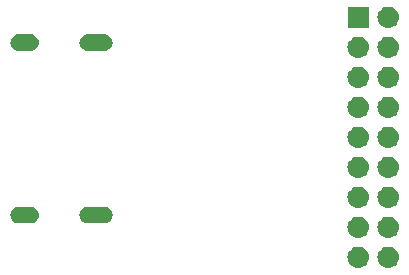
<source format=gbr>
G04 #@! TF.GenerationSoftware,KiCad,Pcbnew,(5.1.4)-1*
G04 #@! TF.CreationDate,2019-12-30T10:25:26+01:00*
G04 #@! TF.ProjectId,HDMI,48444d49-2e6b-4696-9361-645f70636258,rev?*
G04 #@! TF.SameCoordinates,Original*
G04 #@! TF.FileFunction,Soldermask,Bot*
G04 #@! TF.FilePolarity,Negative*
%FSLAX46Y46*%
G04 Gerber Fmt 4.6, Leading zero omitted, Abs format (unit mm)*
G04 Created by KiCad (PCBNEW (5.1.4)-1) date 2019-12-30 10:25:26*
%MOMM*%
%LPD*%
G04 APERTURE LIST*
%ADD10C,0.100000*%
G04 APERTURE END LIST*
D10*
G36*
X146414442Y-86735518D02*
G01*
X146480627Y-86742037D01*
X146650466Y-86793557D01*
X146806991Y-86877222D01*
X146842729Y-86906552D01*
X146944186Y-86989814D01*
X147027448Y-87091271D01*
X147056778Y-87127009D01*
X147140443Y-87283534D01*
X147191963Y-87453373D01*
X147209359Y-87630000D01*
X147191963Y-87806627D01*
X147140443Y-87976466D01*
X147056778Y-88132991D01*
X147027448Y-88168729D01*
X146944186Y-88270186D01*
X146842729Y-88353448D01*
X146806991Y-88382778D01*
X146650466Y-88466443D01*
X146480627Y-88517963D01*
X146414442Y-88524482D01*
X146348260Y-88531000D01*
X146259740Y-88531000D01*
X146193558Y-88524482D01*
X146127373Y-88517963D01*
X145957534Y-88466443D01*
X145801009Y-88382778D01*
X145765271Y-88353448D01*
X145663814Y-88270186D01*
X145580552Y-88168729D01*
X145551222Y-88132991D01*
X145467557Y-87976466D01*
X145416037Y-87806627D01*
X145398641Y-87630000D01*
X145416037Y-87453373D01*
X145467557Y-87283534D01*
X145551222Y-87127009D01*
X145580552Y-87091271D01*
X145663814Y-86989814D01*
X145765271Y-86906552D01*
X145801009Y-86877222D01*
X145957534Y-86793557D01*
X146127373Y-86742037D01*
X146193558Y-86735518D01*
X146259740Y-86729000D01*
X146348260Y-86729000D01*
X146414442Y-86735518D01*
X146414442Y-86735518D01*
G37*
G36*
X143874442Y-86735518D02*
G01*
X143940627Y-86742037D01*
X144110466Y-86793557D01*
X144266991Y-86877222D01*
X144302729Y-86906552D01*
X144404186Y-86989814D01*
X144487448Y-87091271D01*
X144516778Y-87127009D01*
X144600443Y-87283534D01*
X144651963Y-87453373D01*
X144669359Y-87630000D01*
X144651963Y-87806627D01*
X144600443Y-87976466D01*
X144516778Y-88132991D01*
X144487448Y-88168729D01*
X144404186Y-88270186D01*
X144302729Y-88353448D01*
X144266991Y-88382778D01*
X144110466Y-88466443D01*
X143940627Y-88517963D01*
X143874442Y-88524482D01*
X143808260Y-88531000D01*
X143719740Y-88531000D01*
X143653558Y-88524482D01*
X143587373Y-88517963D01*
X143417534Y-88466443D01*
X143261009Y-88382778D01*
X143225271Y-88353448D01*
X143123814Y-88270186D01*
X143040552Y-88168729D01*
X143011222Y-88132991D01*
X142927557Y-87976466D01*
X142876037Y-87806627D01*
X142858641Y-87630000D01*
X142876037Y-87453373D01*
X142927557Y-87283534D01*
X143011222Y-87127009D01*
X143040552Y-87091271D01*
X143123814Y-86989814D01*
X143225271Y-86906552D01*
X143261009Y-86877222D01*
X143417534Y-86793557D01*
X143587373Y-86742037D01*
X143653558Y-86735518D01*
X143719740Y-86729000D01*
X143808260Y-86729000D01*
X143874442Y-86735518D01*
X143874442Y-86735518D01*
G37*
G36*
X146414442Y-84195518D02*
G01*
X146480627Y-84202037D01*
X146650466Y-84253557D01*
X146806991Y-84337222D01*
X146842729Y-84366552D01*
X146944186Y-84449814D01*
X147027448Y-84551271D01*
X147056778Y-84587009D01*
X147140443Y-84743534D01*
X147191963Y-84913373D01*
X147209359Y-85090000D01*
X147191963Y-85266627D01*
X147140443Y-85436466D01*
X147056778Y-85592991D01*
X147027448Y-85628729D01*
X146944186Y-85730186D01*
X146842729Y-85813448D01*
X146806991Y-85842778D01*
X146650466Y-85926443D01*
X146480627Y-85977963D01*
X146414442Y-85984482D01*
X146348260Y-85991000D01*
X146259740Y-85991000D01*
X146193558Y-85984482D01*
X146127373Y-85977963D01*
X145957534Y-85926443D01*
X145801009Y-85842778D01*
X145765271Y-85813448D01*
X145663814Y-85730186D01*
X145580552Y-85628729D01*
X145551222Y-85592991D01*
X145467557Y-85436466D01*
X145416037Y-85266627D01*
X145398641Y-85090000D01*
X145416037Y-84913373D01*
X145467557Y-84743534D01*
X145551222Y-84587009D01*
X145580552Y-84551271D01*
X145663814Y-84449814D01*
X145765271Y-84366552D01*
X145801009Y-84337222D01*
X145957534Y-84253557D01*
X146127373Y-84202037D01*
X146193558Y-84195518D01*
X146259740Y-84189000D01*
X146348260Y-84189000D01*
X146414442Y-84195518D01*
X146414442Y-84195518D01*
G37*
G36*
X143874442Y-84195518D02*
G01*
X143940627Y-84202037D01*
X144110466Y-84253557D01*
X144266991Y-84337222D01*
X144302729Y-84366552D01*
X144404186Y-84449814D01*
X144487448Y-84551271D01*
X144516778Y-84587009D01*
X144600443Y-84743534D01*
X144651963Y-84913373D01*
X144669359Y-85090000D01*
X144651963Y-85266627D01*
X144600443Y-85436466D01*
X144516778Y-85592991D01*
X144487448Y-85628729D01*
X144404186Y-85730186D01*
X144302729Y-85813448D01*
X144266991Y-85842778D01*
X144110466Y-85926443D01*
X143940627Y-85977963D01*
X143874442Y-85984482D01*
X143808260Y-85991000D01*
X143719740Y-85991000D01*
X143653558Y-85984482D01*
X143587373Y-85977963D01*
X143417534Y-85926443D01*
X143261009Y-85842778D01*
X143225271Y-85813448D01*
X143123814Y-85730186D01*
X143040552Y-85628729D01*
X143011222Y-85592991D01*
X142927557Y-85436466D01*
X142876037Y-85266627D01*
X142858641Y-85090000D01*
X142876037Y-84913373D01*
X142927557Y-84743534D01*
X143011222Y-84587009D01*
X143040552Y-84551271D01*
X143123814Y-84449814D01*
X143225271Y-84366552D01*
X143261009Y-84337222D01*
X143417534Y-84253557D01*
X143587373Y-84202037D01*
X143653558Y-84195518D01*
X143719740Y-84189000D01*
X143808260Y-84189000D01*
X143874442Y-84195518D01*
X143874442Y-84195518D01*
G37*
G36*
X122404421Y-83368143D02*
G01*
X122536557Y-83408227D01*
X122536559Y-83408228D01*
X122658339Y-83473320D01*
X122658341Y-83473321D01*
X122658340Y-83473321D01*
X122765080Y-83560920D01*
X122852679Y-83667660D01*
X122917773Y-83789443D01*
X122957857Y-83921579D01*
X122971391Y-84059000D01*
X122957857Y-84196421D01*
X122917773Y-84328557D01*
X122917772Y-84328559D01*
X122852680Y-84450339D01*
X122765080Y-84557080D01*
X122658339Y-84644680D01*
X122536559Y-84709772D01*
X122536557Y-84709773D01*
X122404421Y-84749857D01*
X122301432Y-84760000D01*
X120832568Y-84760000D01*
X120729579Y-84749857D01*
X120597443Y-84709773D01*
X120597441Y-84709772D01*
X120475661Y-84644680D01*
X120368920Y-84557080D01*
X120281320Y-84450339D01*
X120216228Y-84328559D01*
X120216227Y-84328557D01*
X120176143Y-84196421D01*
X120162609Y-84059000D01*
X120176143Y-83921579D01*
X120216227Y-83789443D01*
X120281321Y-83667660D01*
X120368920Y-83560920D01*
X120475660Y-83473321D01*
X120475659Y-83473321D01*
X120475661Y-83473320D01*
X120597441Y-83408228D01*
X120597443Y-83408227D01*
X120729579Y-83368143D01*
X120832568Y-83358000D01*
X122301432Y-83358000D01*
X122404421Y-83368143D01*
X122404421Y-83368143D01*
G37*
G36*
X116154421Y-83368143D02*
G01*
X116286557Y-83408227D01*
X116286559Y-83408228D01*
X116408339Y-83473320D01*
X116408341Y-83473321D01*
X116408340Y-83473321D01*
X116515080Y-83560920D01*
X116602679Y-83667660D01*
X116667773Y-83789443D01*
X116707857Y-83921579D01*
X116721391Y-84059000D01*
X116707857Y-84196421D01*
X116667773Y-84328557D01*
X116667772Y-84328559D01*
X116602680Y-84450339D01*
X116515080Y-84557080D01*
X116408339Y-84644680D01*
X116286559Y-84709772D01*
X116286557Y-84709773D01*
X116154421Y-84749857D01*
X116051432Y-84760000D01*
X114982568Y-84760000D01*
X114879579Y-84749857D01*
X114747443Y-84709773D01*
X114747441Y-84709772D01*
X114625661Y-84644680D01*
X114518920Y-84557080D01*
X114431320Y-84450339D01*
X114366228Y-84328559D01*
X114366227Y-84328557D01*
X114326143Y-84196421D01*
X114312609Y-84059000D01*
X114326143Y-83921579D01*
X114366227Y-83789443D01*
X114431321Y-83667660D01*
X114518920Y-83560920D01*
X114625660Y-83473321D01*
X114625659Y-83473321D01*
X114625661Y-83473320D01*
X114747441Y-83408228D01*
X114747443Y-83408227D01*
X114879579Y-83368143D01*
X114982568Y-83358000D01*
X116051432Y-83358000D01*
X116154421Y-83368143D01*
X116154421Y-83368143D01*
G37*
G36*
X143874443Y-81655519D02*
G01*
X143940627Y-81662037D01*
X144110466Y-81713557D01*
X144266991Y-81797222D01*
X144302729Y-81826552D01*
X144404186Y-81909814D01*
X144487448Y-82011271D01*
X144516778Y-82047009D01*
X144600443Y-82203534D01*
X144651963Y-82373373D01*
X144669359Y-82550000D01*
X144651963Y-82726627D01*
X144600443Y-82896466D01*
X144516778Y-83052991D01*
X144487448Y-83088729D01*
X144404186Y-83190186D01*
X144302729Y-83273448D01*
X144266991Y-83302778D01*
X144110466Y-83386443D01*
X143940627Y-83437963D01*
X143874443Y-83444481D01*
X143808260Y-83451000D01*
X143719740Y-83451000D01*
X143653557Y-83444481D01*
X143587373Y-83437963D01*
X143417534Y-83386443D01*
X143261009Y-83302778D01*
X143225271Y-83273448D01*
X143123814Y-83190186D01*
X143040552Y-83088729D01*
X143011222Y-83052991D01*
X142927557Y-82896466D01*
X142876037Y-82726627D01*
X142858641Y-82550000D01*
X142876037Y-82373373D01*
X142927557Y-82203534D01*
X143011222Y-82047009D01*
X143040552Y-82011271D01*
X143123814Y-81909814D01*
X143225271Y-81826552D01*
X143261009Y-81797222D01*
X143417534Y-81713557D01*
X143587373Y-81662037D01*
X143653557Y-81655519D01*
X143719740Y-81649000D01*
X143808260Y-81649000D01*
X143874443Y-81655519D01*
X143874443Y-81655519D01*
G37*
G36*
X146414443Y-81655519D02*
G01*
X146480627Y-81662037D01*
X146650466Y-81713557D01*
X146806991Y-81797222D01*
X146842729Y-81826552D01*
X146944186Y-81909814D01*
X147027448Y-82011271D01*
X147056778Y-82047009D01*
X147140443Y-82203534D01*
X147191963Y-82373373D01*
X147209359Y-82550000D01*
X147191963Y-82726627D01*
X147140443Y-82896466D01*
X147056778Y-83052991D01*
X147027448Y-83088729D01*
X146944186Y-83190186D01*
X146842729Y-83273448D01*
X146806991Y-83302778D01*
X146650466Y-83386443D01*
X146480627Y-83437963D01*
X146414443Y-83444481D01*
X146348260Y-83451000D01*
X146259740Y-83451000D01*
X146193557Y-83444481D01*
X146127373Y-83437963D01*
X145957534Y-83386443D01*
X145801009Y-83302778D01*
X145765271Y-83273448D01*
X145663814Y-83190186D01*
X145580552Y-83088729D01*
X145551222Y-83052991D01*
X145467557Y-82896466D01*
X145416037Y-82726627D01*
X145398641Y-82550000D01*
X145416037Y-82373373D01*
X145467557Y-82203534D01*
X145551222Y-82047009D01*
X145580552Y-82011271D01*
X145663814Y-81909814D01*
X145765271Y-81826552D01*
X145801009Y-81797222D01*
X145957534Y-81713557D01*
X146127373Y-81662037D01*
X146193557Y-81655519D01*
X146259740Y-81649000D01*
X146348260Y-81649000D01*
X146414443Y-81655519D01*
X146414443Y-81655519D01*
G37*
G36*
X143874443Y-79115519D02*
G01*
X143940627Y-79122037D01*
X144110466Y-79173557D01*
X144266991Y-79257222D01*
X144302729Y-79286552D01*
X144404186Y-79369814D01*
X144487448Y-79471271D01*
X144516778Y-79507009D01*
X144600443Y-79663534D01*
X144651963Y-79833373D01*
X144669359Y-80010000D01*
X144651963Y-80186627D01*
X144600443Y-80356466D01*
X144516778Y-80512991D01*
X144487448Y-80548729D01*
X144404186Y-80650186D01*
X144302729Y-80733448D01*
X144266991Y-80762778D01*
X144110466Y-80846443D01*
X143940627Y-80897963D01*
X143874442Y-80904482D01*
X143808260Y-80911000D01*
X143719740Y-80911000D01*
X143653558Y-80904482D01*
X143587373Y-80897963D01*
X143417534Y-80846443D01*
X143261009Y-80762778D01*
X143225271Y-80733448D01*
X143123814Y-80650186D01*
X143040552Y-80548729D01*
X143011222Y-80512991D01*
X142927557Y-80356466D01*
X142876037Y-80186627D01*
X142858641Y-80010000D01*
X142876037Y-79833373D01*
X142927557Y-79663534D01*
X143011222Y-79507009D01*
X143040552Y-79471271D01*
X143123814Y-79369814D01*
X143225271Y-79286552D01*
X143261009Y-79257222D01*
X143417534Y-79173557D01*
X143587373Y-79122037D01*
X143653557Y-79115519D01*
X143719740Y-79109000D01*
X143808260Y-79109000D01*
X143874443Y-79115519D01*
X143874443Y-79115519D01*
G37*
G36*
X146414443Y-79115519D02*
G01*
X146480627Y-79122037D01*
X146650466Y-79173557D01*
X146806991Y-79257222D01*
X146842729Y-79286552D01*
X146944186Y-79369814D01*
X147027448Y-79471271D01*
X147056778Y-79507009D01*
X147140443Y-79663534D01*
X147191963Y-79833373D01*
X147209359Y-80010000D01*
X147191963Y-80186627D01*
X147140443Y-80356466D01*
X147056778Y-80512991D01*
X147027448Y-80548729D01*
X146944186Y-80650186D01*
X146842729Y-80733448D01*
X146806991Y-80762778D01*
X146650466Y-80846443D01*
X146480627Y-80897963D01*
X146414442Y-80904482D01*
X146348260Y-80911000D01*
X146259740Y-80911000D01*
X146193558Y-80904482D01*
X146127373Y-80897963D01*
X145957534Y-80846443D01*
X145801009Y-80762778D01*
X145765271Y-80733448D01*
X145663814Y-80650186D01*
X145580552Y-80548729D01*
X145551222Y-80512991D01*
X145467557Y-80356466D01*
X145416037Y-80186627D01*
X145398641Y-80010000D01*
X145416037Y-79833373D01*
X145467557Y-79663534D01*
X145551222Y-79507009D01*
X145580552Y-79471271D01*
X145663814Y-79369814D01*
X145765271Y-79286552D01*
X145801009Y-79257222D01*
X145957534Y-79173557D01*
X146127373Y-79122037D01*
X146193557Y-79115519D01*
X146259740Y-79109000D01*
X146348260Y-79109000D01*
X146414443Y-79115519D01*
X146414443Y-79115519D01*
G37*
G36*
X146414443Y-76575519D02*
G01*
X146480627Y-76582037D01*
X146650466Y-76633557D01*
X146806991Y-76717222D01*
X146842729Y-76746552D01*
X146944186Y-76829814D01*
X147027448Y-76931271D01*
X147056778Y-76967009D01*
X147140443Y-77123534D01*
X147191963Y-77293373D01*
X147209359Y-77470000D01*
X147191963Y-77646627D01*
X147140443Y-77816466D01*
X147056778Y-77972991D01*
X147027448Y-78008729D01*
X146944186Y-78110186D01*
X146842729Y-78193448D01*
X146806991Y-78222778D01*
X146650466Y-78306443D01*
X146480627Y-78357963D01*
X146414443Y-78364481D01*
X146348260Y-78371000D01*
X146259740Y-78371000D01*
X146193557Y-78364481D01*
X146127373Y-78357963D01*
X145957534Y-78306443D01*
X145801009Y-78222778D01*
X145765271Y-78193448D01*
X145663814Y-78110186D01*
X145580552Y-78008729D01*
X145551222Y-77972991D01*
X145467557Y-77816466D01*
X145416037Y-77646627D01*
X145398641Y-77470000D01*
X145416037Y-77293373D01*
X145467557Y-77123534D01*
X145551222Y-76967009D01*
X145580552Y-76931271D01*
X145663814Y-76829814D01*
X145765271Y-76746552D01*
X145801009Y-76717222D01*
X145957534Y-76633557D01*
X146127373Y-76582037D01*
X146193557Y-76575519D01*
X146259740Y-76569000D01*
X146348260Y-76569000D01*
X146414443Y-76575519D01*
X146414443Y-76575519D01*
G37*
G36*
X143874443Y-76575519D02*
G01*
X143940627Y-76582037D01*
X144110466Y-76633557D01*
X144266991Y-76717222D01*
X144302729Y-76746552D01*
X144404186Y-76829814D01*
X144487448Y-76931271D01*
X144516778Y-76967009D01*
X144600443Y-77123534D01*
X144651963Y-77293373D01*
X144669359Y-77470000D01*
X144651963Y-77646627D01*
X144600443Y-77816466D01*
X144516778Y-77972991D01*
X144487448Y-78008729D01*
X144404186Y-78110186D01*
X144302729Y-78193448D01*
X144266991Y-78222778D01*
X144110466Y-78306443D01*
X143940627Y-78357963D01*
X143874443Y-78364481D01*
X143808260Y-78371000D01*
X143719740Y-78371000D01*
X143653557Y-78364481D01*
X143587373Y-78357963D01*
X143417534Y-78306443D01*
X143261009Y-78222778D01*
X143225271Y-78193448D01*
X143123814Y-78110186D01*
X143040552Y-78008729D01*
X143011222Y-77972991D01*
X142927557Y-77816466D01*
X142876037Y-77646627D01*
X142858641Y-77470000D01*
X142876037Y-77293373D01*
X142927557Y-77123534D01*
X143011222Y-76967009D01*
X143040552Y-76931271D01*
X143123814Y-76829814D01*
X143225271Y-76746552D01*
X143261009Y-76717222D01*
X143417534Y-76633557D01*
X143587373Y-76582037D01*
X143653557Y-76575519D01*
X143719740Y-76569000D01*
X143808260Y-76569000D01*
X143874443Y-76575519D01*
X143874443Y-76575519D01*
G37*
G36*
X146414442Y-74035518D02*
G01*
X146480627Y-74042037D01*
X146650466Y-74093557D01*
X146806991Y-74177222D01*
X146842729Y-74206552D01*
X146944186Y-74289814D01*
X147027448Y-74391271D01*
X147056778Y-74427009D01*
X147140443Y-74583534D01*
X147191963Y-74753373D01*
X147209359Y-74930000D01*
X147191963Y-75106627D01*
X147140443Y-75276466D01*
X147056778Y-75432991D01*
X147027448Y-75468729D01*
X146944186Y-75570186D01*
X146842729Y-75653448D01*
X146806991Y-75682778D01*
X146650466Y-75766443D01*
X146480627Y-75817963D01*
X146414442Y-75824482D01*
X146348260Y-75831000D01*
X146259740Y-75831000D01*
X146193558Y-75824482D01*
X146127373Y-75817963D01*
X145957534Y-75766443D01*
X145801009Y-75682778D01*
X145765271Y-75653448D01*
X145663814Y-75570186D01*
X145580552Y-75468729D01*
X145551222Y-75432991D01*
X145467557Y-75276466D01*
X145416037Y-75106627D01*
X145398641Y-74930000D01*
X145416037Y-74753373D01*
X145467557Y-74583534D01*
X145551222Y-74427009D01*
X145580552Y-74391271D01*
X145663814Y-74289814D01*
X145765271Y-74206552D01*
X145801009Y-74177222D01*
X145957534Y-74093557D01*
X146127373Y-74042037D01*
X146193558Y-74035518D01*
X146259740Y-74029000D01*
X146348260Y-74029000D01*
X146414442Y-74035518D01*
X146414442Y-74035518D01*
G37*
G36*
X143874442Y-74035518D02*
G01*
X143940627Y-74042037D01*
X144110466Y-74093557D01*
X144266991Y-74177222D01*
X144302729Y-74206552D01*
X144404186Y-74289814D01*
X144487448Y-74391271D01*
X144516778Y-74427009D01*
X144600443Y-74583534D01*
X144651963Y-74753373D01*
X144669359Y-74930000D01*
X144651963Y-75106627D01*
X144600443Y-75276466D01*
X144516778Y-75432991D01*
X144487448Y-75468729D01*
X144404186Y-75570186D01*
X144302729Y-75653448D01*
X144266991Y-75682778D01*
X144110466Y-75766443D01*
X143940627Y-75817963D01*
X143874442Y-75824482D01*
X143808260Y-75831000D01*
X143719740Y-75831000D01*
X143653558Y-75824482D01*
X143587373Y-75817963D01*
X143417534Y-75766443D01*
X143261009Y-75682778D01*
X143225271Y-75653448D01*
X143123814Y-75570186D01*
X143040552Y-75468729D01*
X143011222Y-75432991D01*
X142927557Y-75276466D01*
X142876037Y-75106627D01*
X142858641Y-74930000D01*
X142876037Y-74753373D01*
X142927557Y-74583534D01*
X143011222Y-74427009D01*
X143040552Y-74391271D01*
X143123814Y-74289814D01*
X143225271Y-74206552D01*
X143261009Y-74177222D01*
X143417534Y-74093557D01*
X143587373Y-74042037D01*
X143653558Y-74035518D01*
X143719740Y-74029000D01*
X143808260Y-74029000D01*
X143874442Y-74035518D01*
X143874442Y-74035518D01*
G37*
G36*
X146414443Y-71495519D02*
G01*
X146480627Y-71502037D01*
X146650466Y-71553557D01*
X146806991Y-71637222D01*
X146842729Y-71666552D01*
X146944186Y-71749814D01*
X147027448Y-71851271D01*
X147056778Y-71887009D01*
X147140443Y-72043534D01*
X147191963Y-72213373D01*
X147209359Y-72390000D01*
X147191963Y-72566627D01*
X147140443Y-72736466D01*
X147056778Y-72892991D01*
X147027448Y-72928729D01*
X146944186Y-73030186D01*
X146842729Y-73113448D01*
X146806991Y-73142778D01*
X146650466Y-73226443D01*
X146480627Y-73277963D01*
X146414443Y-73284481D01*
X146348260Y-73291000D01*
X146259740Y-73291000D01*
X146193557Y-73284481D01*
X146127373Y-73277963D01*
X145957534Y-73226443D01*
X145801009Y-73142778D01*
X145765271Y-73113448D01*
X145663814Y-73030186D01*
X145580552Y-72928729D01*
X145551222Y-72892991D01*
X145467557Y-72736466D01*
X145416037Y-72566627D01*
X145398641Y-72390000D01*
X145416037Y-72213373D01*
X145467557Y-72043534D01*
X145551222Y-71887009D01*
X145580552Y-71851271D01*
X145663814Y-71749814D01*
X145765271Y-71666552D01*
X145801009Y-71637222D01*
X145957534Y-71553557D01*
X146127373Y-71502037D01*
X146193557Y-71495519D01*
X146259740Y-71489000D01*
X146348260Y-71489000D01*
X146414443Y-71495519D01*
X146414443Y-71495519D01*
G37*
G36*
X143874443Y-71495519D02*
G01*
X143940627Y-71502037D01*
X144110466Y-71553557D01*
X144266991Y-71637222D01*
X144302729Y-71666552D01*
X144404186Y-71749814D01*
X144487448Y-71851271D01*
X144516778Y-71887009D01*
X144600443Y-72043534D01*
X144651963Y-72213373D01*
X144669359Y-72390000D01*
X144651963Y-72566627D01*
X144600443Y-72736466D01*
X144516778Y-72892991D01*
X144487448Y-72928729D01*
X144404186Y-73030186D01*
X144302729Y-73113448D01*
X144266991Y-73142778D01*
X144110466Y-73226443D01*
X143940627Y-73277963D01*
X143874443Y-73284481D01*
X143808260Y-73291000D01*
X143719740Y-73291000D01*
X143653557Y-73284481D01*
X143587373Y-73277963D01*
X143417534Y-73226443D01*
X143261009Y-73142778D01*
X143225271Y-73113448D01*
X143123814Y-73030186D01*
X143040552Y-72928729D01*
X143011222Y-72892991D01*
X142927557Y-72736466D01*
X142876037Y-72566627D01*
X142858641Y-72390000D01*
X142876037Y-72213373D01*
X142927557Y-72043534D01*
X143011222Y-71887009D01*
X143040552Y-71851271D01*
X143123814Y-71749814D01*
X143225271Y-71666552D01*
X143261009Y-71637222D01*
X143417534Y-71553557D01*
X143587373Y-71502037D01*
X143653557Y-71495519D01*
X143719740Y-71489000D01*
X143808260Y-71489000D01*
X143874443Y-71495519D01*
X143874443Y-71495519D01*
G37*
G36*
X146414443Y-68955519D02*
G01*
X146480627Y-68962037D01*
X146650466Y-69013557D01*
X146806991Y-69097222D01*
X146842729Y-69126552D01*
X146944186Y-69209814D01*
X147027448Y-69311271D01*
X147056778Y-69347009D01*
X147140443Y-69503534D01*
X147191963Y-69673373D01*
X147209359Y-69850000D01*
X147191963Y-70026627D01*
X147140443Y-70196466D01*
X147056778Y-70352991D01*
X147027448Y-70388729D01*
X146944186Y-70490186D01*
X146842729Y-70573448D01*
X146806991Y-70602778D01*
X146650466Y-70686443D01*
X146480627Y-70737963D01*
X146414443Y-70744481D01*
X146348260Y-70751000D01*
X146259740Y-70751000D01*
X146193557Y-70744481D01*
X146127373Y-70737963D01*
X145957534Y-70686443D01*
X145801009Y-70602778D01*
X145765271Y-70573448D01*
X145663814Y-70490186D01*
X145580552Y-70388729D01*
X145551222Y-70352991D01*
X145467557Y-70196466D01*
X145416037Y-70026627D01*
X145398641Y-69850000D01*
X145416037Y-69673373D01*
X145467557Y-69503534D01*
X145551222Y-69347009D01*
X145580552Y-69311271D01*
X145663814Y-69209814D01*
X145765271Y-69126552D01*
X145801009Y-69097222D01*
X145957534Y-69013557D01*
X146127373Y-68962037D01*
X146193557Y-68955519D01*
X146259740Y-68949000D01*
X146348260Y-68949000D01*
X146414443Y-68955519D01*
X146414443Y-68955519D01*
G37*
G36*
X143874443Y-68955519D02*
G01*
X143940627Y-68962037D01*
X144110466Y-69013557D01*
X144266991Y-69097222D01*
X144302729Y-69126552D01*
X144404186Y-69209814D01*
X144487448Y-69311271D01*
X144516778Y-69347009D01*
X144600443Y-69503534D01*
X144651963Y-69673373D01*
X144669359Y-69850000D01*
X144651963Y-70026627D01*
X144600443Y-70196466D01*
X144516778Y-70352991D01*
X144487448Y-70388729D01*
X144404186Y-70490186D01*
X144302729Y-70573448D01*
X144266991Y-70602778D01*
X144110466Y-70686443D01*
X143940627Y-70737963D01*
X143874443Y-70744481D01*
X143808260Y-70751000D01*
X143719740Y-70751000D01*
X143653557Y-70744481D01*
X143587373Y-70737963D01*
X143417534Y-70686443D01*
X143261009Y-70602778D01*
X143225271Y-70573448D01*
X143123814Y-70490186D01*
X143040552Y-70388729D01*
X143011222Y-70352991D01*
X142927557Y-70196466D01*
X142876037Y-70026627D01*
X142858641Y-69850000D01*
X142876037Y-69673373D01*
X142927557Y-69503534D01*
X143011222Y-69347009D01*
X143040552Y-69311271D01*
X143123814Y-69209814D01*
X143225271Y-69126552D01*
X143261009Y-69097222D01*
X143417534Y-69013557D01*
X143587373Y-68962037D01*
X143653557Y-68955519D01*
X143719740Y-68949000D01*
X143808260Y-68949000D01*
X143874443Y-68955519D01*
X143874443Y-68955519D01*
G37*
G36*
X122404421Y-68768143D02*
G01*
X122536557Y-68808227D01*
X122536559Y-68808228D01*
X122658339Y-68873320D01*
X122658341Y-68873321D01*
X122658340Y-68873321D01*
X122765080Y-68960920D01*
X122852679Y-69067660D01*
X122917773Y-69189443D01*
X122957857Y-69321579D01*
X122971391Y-69459000D01*
X122957857Y-69596421D01*
X122917773Y-69728557D01*
X122917772Y-69728559D01*
X122852680Y-69850339D01*
X122765080Y-69957080D01*
X122658339Y-70044680D01*
X122536559Y-70109772D01*
X122536557Y-70109773D01*
X122404421Y-70149857D01*
X122301432Y-70160000D01*
X120832568Y-70160000D01*
X120729579Y-70149857D01*
X120597443Y-70109773D01*
X120597441Y-70109772D01*
X120475661Y-70044680D01*
X120368920Y-69957080D01*
X120281320Y-69850339D01*
X120216228Y-69728559D01*
X120216227Y-69728557D01*
X120176143Y-69596421D01*
X120162609Y-69459000D01*
X120176143Y-69321579D01*
X120216227Y-69189443D01*
X120281321Y-69067660D01*
X120368920Y-68960920D01*
X120475660Y-68873321D01*
X120475659Y-68873321D01*
X120475661Y-68873320D01*
X120597441Y-68808228D01*
X120597443Y-68808227D01*
X120729579Y-68768143D01*
X120832568Y-68758000D01*
X122301432Y-68758000D01*
X122404421Y-68768143D01*
X122404421Y-68768143D01*
G37*
G36*
X116154421Y-68768143D02*
G01*
X116286557Y-68808227D01*
X116286559Y-68808228D01*
X116408339Y-68873320D01*
X116408341Y-68873321D01*
X116408340Y-68873321D01*
X116515080Y-68960920D01*
X116602679Y-69067660D01*
X116667773Y-69189443D01*
X116707857Y-69321579D01*
X116721391Y-69459000D01*
X116707857Y-69596421D01*
X116667773Y-69728557D01*
X116667772Y-69728559D01*
X116602680Y-69850339D01*
X116515080Y-69957080D01*
X116408339Y-70044680D01*
X116286559Y-70109772D01*
X116286557Y-70109773D01*
X116154421Y-70149857D01*
X116051432Y-70160000D01*
X114982568Y-70160000D01*
X114879579Y-70149857D01*
X114747443Y-70109773D01*
X114747441Y-70109772D01*
X114625661Y-70044680D01*
X114518920Y-69957080D01*
X114431320Y-69850339D01*
X114366228Y-69728559D01*
X114366227Y-69728557D01*
X114326143Y-69596421D01*
X114312609Y-69459000D01*
X114326143Y-69321579D01*
X114366227Y-69189443D01*
X114431321Y-69067660D01*
X114518920Y-68960920D01*
X114625660Y-68873321D01*
X114625659Y-68873321D01*
X114625661Y-68873320D01*
X114747441Y-68808228D01*
X114747443Y-68808227D01*
X114879579Y-68768143D01*
X114982568Y-68758000D01*
X116051432Y-68758000D01*
X116154421Y-68768143D01*
X116154421Y-68768143D01*
G37*
G36*
X146414443Y-66415519D02*
G01*
X146480627Y-66422037D01*
X146650466Y-66473557D01*
X146806991Y-66557222D01*
X146842729Y-66586552D01*
X146944186Y-66669814D01*
X147027448Y-66771271D01*
X147056778Y-66807009D01*
X147140443Y-66963534D01*
X147191963Y-67133373D01*
X147209359Y-67310000D01*
X147191963Y-67486627D01*
X147140443Y-67656466D01*
X147056778Y-67812991D01*
X147027448Y-67848729D01*
X146944186Y-67950186D01*
X146842729Y-68033448D01*
X146806991Y-68062778D01*
X146650466Y-68146443D01*
X146480627Y-68197963D01*
X146414443Y-68204481D01*
X146348260Y-68211000D01*
X146259740Y-68211000D01*
X146193557Y-68204481D01*
X146127373Y-68197963D01*
X145957534Y-68146443D01*
X145801009Y-68062778D01*
X145765271Y-68033448D01*
X145663814Y-67950186D01*
X145580552Y-67848729D01*
X145551222Y-67812991D01*
X145467557Y-67656466D01*
X145416037Y-67486627D01*
X145398641Y-67310000D01*
X145416037Y-67133373D01*
X145467557Y-66963534D01*
X145551222Y-66807009D01*
X145580552Y-66771271D01*
X145663814Y-66669814D01*
X145765271Y-66586552D01*
X145801009Y-66557222D01*
X145957534Y-66473557D01*
X146127373Y-66422037D01*
X146193557Y-66415519D01*
X146259740Y-66409000D01*
X146348260Y-66409000D01*
X146414443Y-66415519D01*
X146414443Y-66415519D01*
G37*
G36*
X144665000Y-68211000D02*
G01*
X142863000Y-68211000D01*
X142863000Y-66409000D01*
X144665000Y-66409000D01*
X144665000Y-68211000D01*
X144665000Y-68211000D01*
G37*
M02*

</source>
